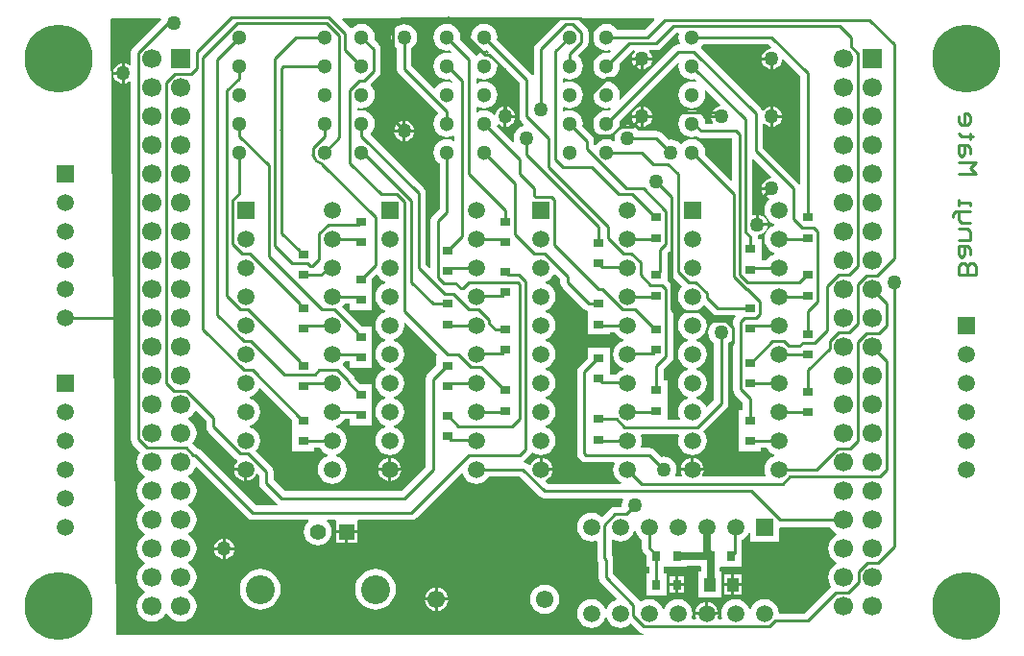
<source format=gbl>
G04*
G04 #@! TF.GenerationSoftware,Altium Limited,Altium Designer,20.0.13 (296)*
G04*
G04 Layer_Physical_Order=2*
G04 Layer_Color=16711680*
%FSLAX25Y25*%
%MOIN*%
G70*
G01*
G75*
%ADD13C,0.01000*%
%ADD35R,0.03740X0.03150*%
%ADD38R,0.03937X0.05118*%
%ADD39R,0.03150X0.03740*%
%ADD40C,0.02500*%
%ADD42C,0.05906*%
%ADD43R,0.05906X0.05906*%
%ADD44C,0.06102*%
%ADD45R,0.05906X0.05906*%
%ADD46C,0.05118*%
%ADD47C,0.05512*%
%ADD48R,0.05512X0.05512*%
%ADD49C,0.10039*%
%ADD50C,0.06693*%
%ADD51R,0.06693X0.06693*%
%ADD52C,0.23622*%
%ADD53C,0.05000*%
G36*
X226836Y223572D02*
X223312Y220049D01*
X213987D01*
X213448Y220752D01*
X212496Y221482D01*
X211387Y221942D01*
X210197Y222098D01*
X209007Y221942D01*
X207898Y221482D01*
X206945Y220752D01*
X206214Y219799D01*
X205755Y218690D01*
X205598Y217500D01*
X205755Y216310D01*
X206214Y215201D01*
X206945Y214248D01*
X207898Y213518D01*
X209007Y213058D01*
X210197Y212902D01*
X211387Y213058D01*
X211483Y213098D01*
X211766Y212674D01*
X211075Y211983D01*
X210197Y212098D01*
X209007Y211942D01*
X207898Y211482D01*
X206945Y210752D01*
X206214Y209799D01*
X205755Y208690D01*
X205598Y207500D01*
X205755Y206310D01*
X206214Y205201D01*
X206945Y204248D01*
X207898Y203518D01*
X209007Y203058D01*
X210197Y202902D01*
X211387Y203058D01*
X212496Y203518D01*
X213448Y204248D01*
X214179Y205201D01*
X214638Y206310D01*
X214795Y207500D01*
X214680Y208378D01*
X219253Y212951D01*
X219849D01*
X219895Y212818D01*
X219969Y212451D01*
X219443Y211765D01*
X219090Y210914D01*
X219036Y210500D01*
X225964D01*
X225910Y210914D01*
X225557Y211765D01*
X225031Y212451D01*
X225105Y212818D01*
X225151Y212951D01*
X227368D01*
X228344Y213145D01*
X229171Y213698D01*
X234483Y219010D01*
X235013D01*
X235338Y218510D01*
X235205Y217500D01*
X235362Y216310D01*
X235677Y215549D01*
X235343Y215049D01*
X235197D01*
X234221Y214855D01*
X233394Y214302D01*
X215023Y195931D01*
X214599Y196214D01*
X214638Y196310D01*
X214795Y197500D01*
X214638Y198690D01*
X214179Y199799D01*
X213448Y200751D01*
X212496Y201482D01*
X211387Y201942D01*
X210197Y202098D01*
X209007Y201942D01*
X207898Y201482D01*
X206945Y200751D01*
X206214Y199799D01*
X205755Y198690D01*
X205598Y197500D01*
X205755Y196310D01*
X206214Y195201D01*
X206945Y194248D01*
X207898Y193518D01*
X209007Y193058D01*
X210197Y192902D01*
X211387Y193058D01*
X211483Y193098D01*
X211766Y192674D01*
X211075Y191983D01*
X210197Y192098D01*
X209007Y191942D01*
X207898Y191482D01*
X206945Y190752D01*
X206214Y189799D01*
X205755Y188690D01*
X205598Y187500D01*
X205755Y186310D01*
X206214Y185201D01*
X206945Y184248D01*
X207898Y183518D01*
X209007Y183058D01*
X210197Y182902D01*
X211387Y183058D01*
X212496Y183518D01*
X212601Y183599D01*
X213070Y183328D01*
X212961Y182500D01*
X213070Y181672D01*
X212601Y181401D01*
X212496Y181482D01*
X211387Y181942D01*
X210197Y182098D01*
X209007Y181942D01*
X207898Y181482D01*
X206945Y180752D01*
X206352Y179979D01*
X205852Y180149D01*
Y181500D01*
X205658Y182475D01*
X205106Y183302D01*
X201786Y186622D01*
X201902Y187500D01*
X201745Y188690D01*
X201286Y189799D01*
X200555Y190752D01*
X199602Y191482D01*
X198493Y191942D01*
X197303Y192098D01*
X196113Y191942D01*
X195465Y191673D01*
X195049Y191951D01*
Y193049D01*
X195465Y193327D01*
X196113Y193058D01*
X197303Y192902D01*
X198493Y193058D01*
X199602Y193518D01*
X200555Y194248D01*
X201286Y195201D01*
X201745Y196310D01*
X201902Y197500D01*
X201745Y198690D01*
X201286Y199799D01*
X200555Y200751D01*
X199602Y201482D01*
X198493Y201942D01*
X197303Y202098D01*
X196113Y201942D01*
X195465Y201673D01*
X195049Y201951D01*
Y203049D01*
X195465Y203327D01*
X196113Y203058D01*
X197303Y202902D01*
X198493Y203058D01*
X199602Y203518D01*
X200555Y204248D01*
X201286Y205201D01*
X201745Y206310D01*
X201902Y207500D01*
X201745Y208690D01*
X201286Y209799D01*
X200555Y210752D01*
X200485Y210805D01*
X200452Y211304D01*
X203165Y214016D01*
X203717Y214843D01*
X203911Y215819D01*
Y219181D01*
X203717Y220157D01*
X203165Y220984D01*
X200614Y223534D01*
X200821Y224034D01*
X226644D01*
X226836Y223572D01*
D02*
G37*
G36*
X55571Y223605D02*
X55576Y223534D01*
X45851Y213810D01*
X45299Y212983D01*
X45105Y212007D01*
Y208043D01*
X44605Y207797D01*
X44265Y208057D01*
X43414Y208410D01*
X43000Y208464D01*
Y205000D01*
Y201536D01*
X43414Y201590D01*
X44265Y201943D01*
X44605Y202203D01*
X45105Y201957D01*
Y77992D01*
X45299Y77017D01*
X45851Y76190D01*
X48488Y73554D01*
X47830Y72696D01*
X47291Y71396D01*
X47107Y70000D01*
X47291Y68604D01*
X47830Y67304D01*
X48687Y66187D01*
X49804Y65330D01*
X49997Y65250D01*
Y64750D01*
X49804Y64670D01*
X48687Y63813D01*
X47830Y62696D01*
X47291Y61396D01*
X47107Y60000D01*
X47291Y58604D01*
X47830Y57304D01*
X48687Y56187D01*
X49804Y55330D01*
X49997Y55250D01*
Y54750D01*
X49804Y54670D01*
X48687Y53813D01*
X47830Y52696D01*
X47291Y51396D01*
X47107Y50000D01*
X47291Y48604D01*
X47830Y47304D01*
X48687Y46187D01*
X49804Y45330D01*
X49997Y45250D01*
Y44750D01*
X49804Y44670D01*
X48687Y43813D01*
X47830Y42696D01*
X47291Y41396D01*
X47107Y40000D01*
X47291Y38604D01*
X47830Y37304D01*
X48687Y36187D01*
X49804Y35330D01*
X49997Y35250D01*
Y34750D01*
X49804Y34670D01*
X48687Y33813D01*
X47830Y32696D01*
X47291Y31396D01*
X47107Y30000D01*
X47291Y28604D01*
X47830Y27304D01*
X48687Y26187D01*
X49804Y25330D01*
X49997Y25250D01*
Y24750D01*
X49804Y24670D01*
X48687Y23813D01*
X47830Y22696D01*
X47291Y21396D01*
X47107Y20000D01*
X47291Y18604D01*
X47830Y17304D01*
X48687Y16187D01*
X49804Y15330D01*
X51104Y14791D01*
X52500Y14607D01*
X53896Y14791D01*
X55196Y15330D01*
X56313Y16187D01*
X57170Y17304D01*
X57250Y17497D01*
X57750D01*
X57830Y17304D01*
X58687Y16187D01*
X59804Y15330D01*
X61104Y14791D01*
X62500Y14607D01*
X63896Y14791D01*
X65196Y15330D01*
X66313Y16187D01*
X67170Y17304D01*
X67709Y18604D01*
X67893Y20000D01*
X67709Y21396D01*
X67170Y22696D01*
X66313Y23813D01*
X65196Y24670D01*
X65003Y24750D01*
Y25250D01*
X65196Y25330D01*
X66313Y26187D01*
X67170Y27304D01*
X67709Y28604D01*
X67893Y30000D01*
X67709Y31396D01*
X67170Y32696D01*
X66313Y33813D01*
X65196Y34670D01*
X65003Y34750D01*
Y35250D01*
X65196Y35330D01*
X66313Y36187D01*
X67170Y37304D01*
X67709Y38604D01*
X67893Y40000D01*
X67709Y41396D01*
X67170Y42696D01*
X66313Y43813D01*
X65196Y44670D01*
X65003Y44750D01*
Y45250D01*
X65196Y45330D01*
X66313Y46187D01*
X67170Y47304D01*
X67709Y48604D01*
X67893Y50000D01*
X67709Y51396D01*
X67170Y52696D01*
X66313Y53813D01*
X65196Y54670D01*
X65003Y54750D01*
Y55250D01*
X65196Y55330D01*
X66313Y56187D01*
X67170Y57304D01*
X67709Y58604D01*
X67893Y60000D01*
X67709Y61396D01*
X67170Y62696D01*
X66313Y63813D01*
X65196Y64670D01*
X65003Y64750D01*
Y65250D01*
X65196Y65330D01*
X66313Y66187D01*
X67170Y67304D01*
X67526Y68162D01*
X68116Y68280D01*
X85698Y50698D01*
X86525Y50145D01*
X87500Y49951D01*
X106656D01*
X106817Y49478D01*
X106608Y49317D01*
X105846Y48324D01*
X105367Y47167D01*
X105203Y45925D01*
X105367Y44684D01*
X105846Y43527D01*
X106608Y42533D01*
X107601Y41771D01*
X108758Y41292D01*
X110000Y41128D01*
X111241Y41292D01*
X112399Y41771D01*
X113392Y42533D01*
X114154Y43527D01*
X114634Y44684D01*
X114797Y45925D01*
X114634Y47167D01*
X114154Y48324D01*
X113392Y49317D01*
X113183Y49478D01*
X113344Y49951D01*
X115856D01*
X116244Y49681D01*
X116244Y49451D01*
Y46425D01*
X120000D01*
X123756D01*
Y49451D01*
X123756Y49681D01*
X124144Y49951D01*
X142500D01*
X143475Y50145D01*
X144302Y50698D01*
X159713Y66108D01*
X160276Y65964D01*
X160674Y65002D01*
X161468Y63968D01*
X162502Y63174D01*
X163707Y62675D01*
X165000Y62505D01*
X166293Y62675D01*
X167498Y63174D01*
X168532Y63968D01*
X169287Y64951D01*
X180147D01*
X186900Y58198D01*
X187727Y57645D01*
X188703Y57451D01*
X215603D01*
X215937Y56951D01*
X215616Y56175D01*
X215461Y55000D01*
X215477Y54878D01*
X215148Y54502D01*
X213156D01*
X212180Y54308D01*
X211353Y53755D01*
X208624Y51026D01*
X208532Y51032D01*
X207498Y51826D01*
X206293Y52325D01*
X205000Y52495D01*
X203707Y52325D01*
X202502Y51826D01*
X201468Y51032D01*
X200674Y49998D01*
X200175Y48793D01*
X200005Y47500D01*
X200175Y46207D01*
X200674Y45002D01*
X201468Y43968D01*
X202502Y43174D01*
X203707Y42675D01*
X205000Y42505D01*
X206293Y42675D01*
X206488Y42755D01*
X206904Y42478D01*
Y36737D01*
X207098Y35761D01*
X207451Y35233D01*
Y30000D01*
X207645Y29024D01*
X208198Y28198D01*
X213608Y22787D01*
X213464Y22224D01*
X212502Y21826D01*
X211468Y21032D01*
X210674Y19998D01*
X210271Y19024D01*
X209729D01*
X209326Y19998D01*
X208532Y21032D01*
X207498Y21826D01*
X206293Y22325D01*
X205000Y22496D01*
X203707Y22325D01*
X202502Y21826D01*
X201468Y21032D01*
X200674Y19998D01*
X200175Y18793D01*
X200005Y17500D01*
X200175Y16207D01*
X200674Y15002D01*
X201468Y13968D01*
X202502Y13174D01*
X203707Y12675D01*
X205000Y12505D01*
X206293Y12675D01*
X207498Y13174D01*
X208532Y13968D01*
X209326Y15002D01*
X209729Y15976D01*
X210271D01*
X210674Y15002D01*
X211468Y13968D01*
X212502Y13174D01*
X213707Y12675D01*
X215000Y12505D01*
X216293Y12675D01*
X217498Y13174D01*
X218532Y13968D01*
X218624Y13974D01*
X221353Y11245D01*
X222180Y10692D01*
X223156Y10498D01*
X223151Y10000D01*
X40000D01*
X37905Y223679D01*
X38257Y224034D01*
X55290D01*
X55571Y223605D01*
D02*
G37*
G36*
X193992Y223534D02*
X185698Y215240D01*
X185145Y214413D01*
X184951Y213437D01*
Y204428D01*
X184451Y204277D01*
X184302Y204499D01*
X172180Y216622D01*
X172295Y217500D01*
X172139Y218690D01*
X171679Y219799D01*
X170948Y220752D01*
X169996Y221482D01*
X168887Y221942D01*
X167697Y222098D01*
X166507Y221942D01*
X165398Y221482D01*
X164445Y220752D01*
X163715Y219799D01*
X163255Y218690D01*
X163098Y217500D01*
X163255Y216310D01*
X163715Y215201D01*
X164445Y214248D01*
X165398Y213518D01*
X166507Y213058D01*
X167697Y212902D01*
X168575Y213017D01*
X169266Y212326D01*
X168983Y211902D01*
X168887Y211942D01*
X167697Y212098D01*
X166507Y211942D01*
X165398Y211482D01*
X165018Y211191D01*
X164525Y211273D01*
X164302Y211606D01*
X159286Y216622D01*
X159402Y217500D01*
X159245Y218690D01*
X158785Y219799D01*
X158055Y220752D01*
X157102Y221482D01*
X155993Y221942D01*
X154803Y222098D01*
X153613Y221942D01*
X152504Y221482D01*
X151552Y220752D01*
X150821Y219799D01*
X150362Y218690D01*
X150205Y217500D01*
X150362Y216310D01*
X150821Y215201D01*
X151552Y214248D01*
X152504Y213518D01*
X153613Y213058D01*
X154803Y212902D01*
X155681Y213017D01*
X156373Y212326D01*
X156089Y211902D01*
X155993Y211942D01*
X154803Y212098D01*
X153613Y211942D01*
X152504Y211482D01*
X151552Y210752D01*
X150821Y209799D01*
X150362Y208690D01*
X150205Y207500D01*
X150362Y206310D01*
X150821Y205201D01*
X151552Y204248D01*
X152504Y203518D01*
X153613Y203058D01*
X154803Y202902D01*
X155855Y203040D01*
X156709Y202187D01*
X156425Y201763D01*
X155993Y201942D01*
X154803Y202098D01*
X153613Y201942D01*
X152504Y201482D01*
X151552Y200751D01*
X150931Y199943D01*
X150348Y199820D01*
X142549Y207619D01*
Y213784D01*
X143209Y214291D01*
X143931Y215231D01*
X144384Y216325D01*
X144539Y217500D01*
X144384Y218675D01*
X143931Y219769D01*
X143209Y220709D01*
X142269Y221431D01*
X141175Y221884D01*
X140000Y222039D01*
X138825Y221884D01*
X137731Y221431D01*
X136791Y220709D01*
X136069Y219769D01*
X135616Y218675D01*
X135461Y217500D01*
X135616Y216325D01*
X136069Y215231D01*
X136791Y214291D01*
X137451Y213784D01*
Y206563D01*
X137645Y205587D01*
X138198Y204760D01*
X151654Y191304D01*
X151621Y190805D01*
X151552Y190752D01*
X150821Y189799D01*
X150362Y188690D01*
X150205Y187500D01*
X150362Y186310D01*
X150821Y185201D01*
X151552Y184248D01*
X152504Y183518D01*
X153613Y183058D01*
X154803Y182902D01*
X155993Y183058D01*
X156951Y183455D01*
X157451Y183213D01*
Y181787D01*
X156951Y181545D01*
X155993Y181942D01*
X154803Y182098D01*
X153613Y181942D01*
X152504Y181482D01*
X151552Y180752D01*
X150821Y179799D01*
X150362Y178690D01*
X150205Y177500D01*
X150362Y176310D01*
X150821Y175201D01*
X151552Y174249D01*
X152254Y173709D01*
Y157966D01*
X149828Y155539D01*
X149275Y154712D01*
X149081Y153736D01*
Y137677D01*
X148619Y137486D01*
X147549Y138556D01*
Y163437D01*
X147355Y164413D01*
X146802Y165240D01*
X128346Y183696D01*
X128379Y184195D01*
X128448Y184248D01*
X129179Y185201D01*
X129639Y186310D01*
X129795Y187500D01*
X129639Y188690D01*
X129179Y189799D01*
X128448Y190752D01*
X127496Y191482D01*
X126387Y191942D01*
X125197Y192098D01*
X124187Y191965D01*
X123747Y192251D01*
Y192749D01*
X124187Y193035D01*
X125197Y192902D01*
X126387Y193058D01*
X127496Y193518D01*
X128448Y194248D01*
X129179Y195201D01*
X129639Y196310D01*
X129795Y197500D01*
X129639Y198690D01*
X129179Y199799D01*
X128448Y200751D01*
X128379Y200805D01*
X128346Y201304D01*
X131058Y204016D01*
X131611Y204843D01*
X131805Y205819D01*
Y213441D01*
X131611Y214416D01*
X131058Y215243D01*
X129680Y216622D01*
X129795Y217500D01*
X129639Y218690D01*
X129179Y219799D01*
X128448Y220752D01*
X127496Y221482D01*
X126387Y221942D01*
X125197Y222098D01*
X124007Y221942D01*
X122898Y221482D01*
X121945Y220752D01*
X121835Y220608D01*
X121403Y220622D01*
X121276Y220701D01*
X118404Y223572D01*
X118596Y224034D01*
X193785D01*
X193992Y223534D01*
D02*
G37*
G36*
X179951Y201641D02*
Y190000D01*
X180145Y189025D01*
X180698Y188198D01*
X181532Y187364D01*
X181371Y186890D01*
X181325Y186884D01*
X180231Y186431D01*
X179291Y185709D01*
X178569Y184769D01*
X178116Y183675D01*
X177961Y182500D01*
X178106Y181403D01*
X177727Y181074D01*
X172187Y186614D01*
X172265Y187087D01*
X172773Y187297D01*
X173235Y186943D01*
X174086Y186590D01*
X174500Y186536D01*
Y190000D01*
Y193464D01*
X174086Y193410D01*
X173235Y193057D01*
X172504Y192496D01*
X171943Y191765D01*
X171590Y190914D01*
X171563Y190709D01*
X171080Y190580D01*
X170948Y190752D01*
X169996Y191482D01*
X168887Y191942D01*
X167697Y192098D01*
X166507Y191942D01*
X165549Y191545D01*
X165049Y191787D01*
Y193213D01*
X165549Y193455D01*
X166507Y193058D01*
X167697Y192902D01*
X168887Y193058D01*
X169996Y193518D01*
X170948Y194248D01*
X171679Y195201D01*
X172139Y196310D01*
X172295Y197500D01*
X172139Y198690D01*
X171679Y199799D01*
X170948Y200751D01*
X169996Y201482D01*
X168887Y201942D01*
X167697Y202098D01*
X166507Y201942D01*
X165549Y201545D01*
X165049Y201787D01*
Y203213D01*
X165549Y203455D01*
X166507Y203058D01*
X167697Y202902D01*
X168887Y203058D01*
X169996Y203518D01*
X170948Y204248D01*
X171679Y205201D01*
X172139Y206310D01*
X172295Y207500D01*
X172139Y208690D01*
X172099Y208786D01*
X172523Y209069D01*
X179951Y201641D01*
D02*
G37*
G36*
X235310Y208302D02*
X235205Y207500D01*
X235362Y206310D01*
X235821Y205201D01*
X236552Y204248D01*
X237504Y203518D01*
X238613Y203058D01*
X239803Y202902D01*
X240681Y203017D01*
X241373Y202326D01*
X241089Y201902D01*
X240993Y201942D01*
X239803Y202098D01*
X238613Y201942D01*
X237504Y201482D01*
X236552Y200751D01*
X235821Y199799D01*
X235362Y198690D01*
X235205Y197500D01*
X235362Y196310D01*
X235821Y195201D01*
X236552Y194248D01*
X237504Y193518D01*
X238613Y193058D01*
X239803Y192902D01*
X240993Y193058D01*
X242102Y193518D01*
X243055Y194248D01*
X243786Y195201D01*
X244245Y196310D01*
X244402Y197500D01*
X244245Y198690D01*
X244205Y198786D01*
X244629Y199069D01*
X249703Y193995D01*
X249524Y193467D01*
X249086Y193410D01*
X248235Y193057D01*
X247504Y192496D01*
X246943Y191765D01*
X246590Y190914D01*
X246536Y190500D01*
X250000D01*
Y189500D01*
X246536D01*
X246590Y189086D01*
X246943Y188235D01*
X247125Y187997D01*
X246904Y187549D01*
X244395D01*
X244245Y188690D01*
X243786Y189799D01*
X243055Y190752D01*
X242102Y191482D01*
X240993Y191942D01*
X239803Y192098D01*
X238613Y191942D01*
X237504Y191482D01*
X236552Y190752D01*
X235821Y189799D01*
X235362Y188690D01*
X235205Y187500D01*
X235362Y186310D01*
X235821Y185201D01*
X236552Y184248D01*
X237504Y183518D01*
X238613Y183058D01*
X239803Y182902D01*
X240993Y183058D01*
X241275Y183175D01*
X242068Y182645D01*
X243044Y182451D01*
X253701D01*
Y168057D01*
X253239Y167866D01*
X244309Y176796D01*
X244402Y177500D01*
X244245Y178690D01*
X243786Y179799D01*
X243055Y180752D01*
X242102Y181482D01*
X240993Y181942D01*
X239803Y182098D01*
X238613Y181942D01*
X237504Y181482D01*
X236552Y180752D01*
X236364Y180508D01*
X235864D01*
X235709Y180709D01*
X234769Y181431D01*
X233675Y181884D01*
X232500Y182039D01*
X231675Y181930D01*
X229302Y184302D01*
X228475Y184855D01*
X227500Y185049D01*
X221216D01*
X220709Y185709D01*
X219769Y186431D01*
X218675Y186884D01*
X217500Y187039D01*
X216325Y186884D01*
X215231Y186431D01*
X215151Y186369D01*
X214682Y186640D01*
X214795Y187500D01*
X214680Y188378D01*
X234837Y208535D01*
X235310Y208302D01*
D02*
G37*
G36*
X267377Y214018D02*
X267198Y213490D01*
X266586Y213410D01*
X265735Y213057D01*
X265004Y212496D01*
X264443Y211765D01*
X264090Y210914D01*
X264036Y210500D01*
X267500D01*
Y210000D01*
X268000D01*
Y206536D01*
X268414Y206590D01*
X269265Y206943D01*
X269996Y207504D01*
X270557Y208235D01*
X270910Y209086D01*
X270990Y209698D01*
X271518Y209877D01*
X277451Y203944D01*
Y166732D01*
X276951Y166580D01*
X276802Y166802D01*
X264549Y179056D01*
Y187349D01*
X264682Y187395D01*
X265049Y187469D01*
X265735Y186943D01*
X266586Y186590D01*
X267000Y186536D01*
Y190000D01*
Y193464D01*
X266586Y193410D01*
X265735Y193057D01*
X265004Y192496D01*
X264787Y192214D01*
X264193Y192261D01*
X263802Y192846D01*
X242952Y213696D01*
X242985Y214195D01*
X243055Y214248D01*
X243594Y214951D01*
X266444D01*
X267377Y214018D01*
D02*
G37*
G36*
Y169018D02*
X267198Y168490D01*
X266586Y168410D01*
X265735Y168057D01*
X265004Y167496D01*
X264443Y166765D01*
X264090Y165914D01*
X264036Y165500D01*
X267500D01*
Y164500D01*
X264036D01*
X264090Y164086D01*
X264443Y163235D01*
X265004Y162504D01*
X265735Y161943D01*
X266448Y161647D01*
X266593Y161128D01*
X266468Y161032D01*
X265674Y159998D01*
X265175Y158793D01*
X265004Y157500D01*
X265175Y156207D01*
X265674Y155002D01*
X266468Y153968D01*
X267502Y153174D01*
X268476Y152771D01*
Y152229D01*
X267502Y151826D01*
X266468Y151032D01*
X265674Y149998D01*
X265175Y148793D01*
X265004Y147500D01*
X265175Y146207D01*
X265674Y145002D01*
X266468Y143968D01*
X267502Y143174D01*
X268476Y142771D01*
Y142229D01*
X267502Y141826D01*
X266468Y141032D01*
X265713Y140049D01*
X264396D01*
X264034Y140382D01*
Y147531D01*
X262713D01*
Y148086D01*
X262608Y148616D01*
X262899Y149022D01*
X263414Y149090D01*
X264265Y149443D01*
X264996Y150004D01*
X265557Y150735D01*
X265910Y151586D01*
X265964Y152000D01*
X262500D01*
Y152500D01*
X262000D01*
Y155964D01*
X261586Y155910D01*
X261215Y155756D01*
X260799Y156034D01*
Y174943D01*
X261261Y175134D01*
X267377Y169018D01*
D02*
G37*
G36*
X130513Y135048D02*
X130716Y134947D01*
X131468Y133968D01*
X132502Y133174D01*
X133476Y132771D01*
Y132229D01*
X132502Y131826D01*
X131468Y131032D01*
X130674Y129998D01*
X130175Y128793D01*
X130005Y127500D01*
X130175Y126207D01*
X130674Y125002D01*
X131468Y123968D01*
X132502Y123174D01*
X133476Y122771D01*
Y122229D01*
X132502Y121826D01*
X131468Y121032D01*
X130674Y119998D01*
X130175Y118793D01*
X130005Y117500D01*
X130175Y116207D01*
X130674Y115002D01*
X131468Y113968D01*
X132502Y113174D01*
X133476Y112771D01*
Y112229D01*
X132502Y111826D01*
X131468Y111032D01*
X130674Y109998D01*
X130175Y108793D01*
X130005Y107500D01*
X130175Y106207D01*
X130674Y105002D01*
X131468Y103968D01*
X132502Y103174D01*
X133476Y102771D01*
Y102229D01*
X132502Y101826D01*
X131468Y101032D01*
X130674Y99998D01*
X130175Y98793D01*
X130005Y97500D01*
X130175Y96207D01*
X130674Y95002D01*
X131468Y93968D01*
X132502Y93174D01*
X133476Y92771D01*
Y92229D01*
X132502Y91826D01*
X131468Y91032D01*
X130674Y89998D01*
X130175Y88793D01*
X130005Y87500D01*
X130175Y86207D01*
X130674Y85002D01*
X131468Y83968D01*
X132502Y83174D01*
X133476Y82771D01*
Y82229D01*
X132502Y81826D01*
X131468Y81032D01*
X130674Y79998D01*
X130175Y78793D01*
X130005Y77500D01*
X130175Y76207D01*
X130674Y75002D01*
X131468Y73968D01*
X132502Y73174D01*
X133707Y72675D01*
X135000Y72505D01*
X136293Y72675D01*
X137498Y73174D01*
X138532Y73968D01*
X139326Y75002D01*
X139825Y76207D01*
X139996Y77500D01*
X139825Y78793D01*
X139326Y79998D01*
X138532Y81032D01*
X137498Y81826D01*
X136524Y82229D01*
Y82771D01*
X137498Y83174D01*
X138532Y83968D01*
X139326Y85002D01*
X139825Y86207D01*
X139996Y87500D01*
X139825Y88793D01*
X139326Y89998D01*
X138532Y91032D01*
X137498Y91826D01*
X136524Y92229D01*
Y92771D01*
X137498Y93174D01*
X138532Y93968D01*
X139326Y95002D01*
X139825Y96207D01*
X139996Y97500D01*
X139825Y98793D01*
X139326Y99998D01*
X138532Y101032D01*
X137498Y101826D01*
X136524Y102229D01*
Y102771D01*
X137498Y103174D01*
X138532Y103968D01*
X139326Y105002D01*
X139825Y106207D01*
X139996Y107500D01*
X139825Y108793D01*
X139326Y109998D01*
X138532Y111032D01*
X137498Y111826D01*
X136524Y112229D01*
Y112771D01*
X137498Y113174D01*
X138532Y113968D01*
X139326Y115002D01*
X139825Y116207D01*
X139996Y117500D01*
X139891Y118298D01*
X140364Y118531D01*
X151320Y107575D01*
X151130Y107118D01*
X151130D01*
Y103573D01*
X148198Y100640D01*
X147645Y99813D01*
X147451Y98838D01*
Y68556D01*
X138944Y60049D01*
X98556D01*
X94721Y63884D01*
Y66625D01*
X94527Y67600D01*
X93975Y68427D01*
X88526Y73876D01*
X88532Y73968D01*
X89326Y75002D01*
X89825Y76207D01*
X89995Y77500D01*
X89825Y78793D01*
X89326Y79998D01*
X88532Y81032D01*
X87498Y81826D01*
X86524Y82229D01*
Y82771D01*
X87498Y83174D01*
X88532Y83968D01*
X89326Y85002D01*
X89825Y86207D01*
X89995Y87500D01*
X89825Y88793D01*
X89326Y89998D01*
X88532Y91032D01*
X87498Y91826D01*
X86524Y92229D01*
Y92771D01*
X87498Y93174D01*
X88532Y93968D01*
X89326Y95002D01*
X89552Y95547D01*
X90042Y95645D01*
X101130Y84557D01*
Y81075D01*
X101130D01*
Y73925D01*
X108870D01*
Y74951D01*
X110713D01*
X111468Y73968D01*
X112502Y73174D01*
X113476Y72771D01*
Y72229D01*
X112502Y71826D01*
X111468Y71032D01*
X110674Y69998D01*
X110175Y68793D01*
X110004Y67500D01*
X110175Y66207D01*
X110674Y65002D01*
X111468Y63968D01*
X112502Y63174D01*
X113707Y62675D01*
X115000Y62505D01*
X116293Y62675D01*
X117498Y63174D01*
X118532Y63968D01*
X119326Y65002D01*
X119825Y66207D01*
X119995Y67500D01*
X119825Y68793D01*
X119326Y69998D01*
X118532Y71032D01*
X117498Y71826D01*
X116524Y72229D01*
Y72771D01*
X117498Y73174D01*
X118532Y73968D01*
X119326Y75002D01*
X119825Y76207D01*
X119995Y77500D01*
X119825Y78793D01*
X119326Y79998D01*
X118532Y81032D01*
X117498Y81826D01*
X116524Y82229D01*
Y82771D01*
X117498Y83174D01*
X118532Y83968D01*
X119287Y84951D01*
X121130D01*
Y82882D01*
X128870D01*
Y89969D01*
X128871D01*
Y97118D01*
X124735D01*
X122660Y99193D01*
X122592Y99535D01*
X122040Y100362D01*
X118833Y103568D01*
X118658Y103802D01*
X118768Y104275D01*
X119287Y104951D01*
X121130D01*
Y102882D01*
X128870D01*
Y109969D01*
X128871D01*
Y117118D01*
X125284D01*
X118526Y123876D01*
X118532Y123968D01*
X119287Y124951D01*
X121130D01*
Y122882D01*
X128870D01*
Y129969D01*
X128871D01*
Y133809D01*
X130177Y135115D01*
X130513Y135048D01*
D02*
G37*
G36*
X246839Y121741D02*
X247666Y121188D01*
X248641Y120994D01*
X254714D01*
X254905Y120533D01*
X254827Y120455D01*
X254275Y119628D01*
X254081Y118653D01*
Y117895D01*
X253581Y117725D01*
X253209Y118209D01*
X252269Y118931D01*
X251175Y119384D01*
X250000Y119539D01*
X248825Y119384D01*
X247731Y118931D01*
X246791Y118209D01*
X246069Y117269D01*
X245616Y116175D01*
X245461Y115000D01*
X245616Y113825D01*
X246069Y112731D01*
X246791Y111791D01*
X247451Y111284D01*
Y91603D01*
X245090Y89241D01*
X244599Y89339D01*
X244326Y89998D01*
X243532Y91032D01*
X242498Y91826D01*
X241524Y92229D01*
Y92771D01*
X242498Y93174D01*
X243532Y93968D01*
X244326Y95002D01*
X244825Y96207D01*
X244995Y97500D01*
X244825Y98793D01*
X244326Y99998D01*
X243532Y101032D01*
X242498Y101826D01*
X241524Y102229D01*
Y102771D01*
X242498Y103174D01*
X243532Y103968D01*
X244326Y105002D01*
X244825Y106207D01*
X244995Y107500D01*
X244825Y108793D01*
X244326Y109998D01*
X243532Y111032D01*
X242498Y111826D01*
X241524Y112229D01*
Y112771D01*
X242498Y113174D01*
X243532Y113968D01*
X244326Y115002D01*
X244825Y116207D01*
X244995Y117500D01*
X244825Y118793D01*
X244326Y119998D01*
X243532Y121032D01*
X242498Y121826D01*
X241524Y122229D01*
Y122771D01*
X242498Y123174D01*
X243532Y123968D01*
X243770Y124278D01*
X244269Y124311D01*
X246839Y121741D01*
D02*
G37*
G36*
X194188Y133504D02*
Y132393D01*
X194382Y131417D01*
X194935Y130590D01*
X202327Y123198D01*
X203154Y122645D01*
X203630Y122550D01*
Y121488D01*
X203629D01*
Y114339D01*
X211369D01*
Y114951D01*
X213213D01*
X213968Y113968D01*
X215002Y113174D01*
X215976Y112771D01*
Y112229D01*
X215002Y111826D01*
X213968Y111032D01*
X213174Y109998D01*
X212675Y108793D01*
X212505Y107500D01*
X212675Y106207D01*
X213174Y105002D01*
X213968Y103968D01*
X215002Y103174D01*
X215976Y102771D01*
Y102229D01*
X215002Y101826D01*
X213968Y101032D01*
X213506Y100431D01*
X211370D01*
Y102469D01*
X211371D01*
Y109618D01*
X203630D01*
Y106073D01*
X200698Y103140D01*
X200145Y102313D01*
X199951Y101338D01*
Y73086D01*
X200145Y72110D01*
X200698Y71283D01*
X201283Y70698D01*
X202110Y70145D01*
X203086Y69951D01*
X212704D01*
X212982Y69535D01*
X212675Y68793D01*
X212505Y67500D01*
X212675Y66207D01*
X213174Y65002D01*
X213968Y63968D01*
X215002Y63174D01*
X215303Y63049D01*
X215204Y62549D01*
X189759D01*
X188940Y63368D01*
X189037Y63858D01*
X189493Y64047D01*
X190319Y64681D01*
X190953Y65507D01*
X191351Y66468D01*
X191421Y67000D01*
X187500D01*
Y67500D01*
X187000D01*
Y71421D01*
X186468Y71351D01*
X185507Y70953D01*
X184681Y70319D01*
X184047Y69493D01*
X183858Y69037D01*
X183368Y68940D01*
X183005Y69302D01*
X182178Y69855D01*
X181610Y69968D01*
X181505Y70499D01*
X181802Y70698D01*
X183802Y72698D01*
X184141Y73204D01*
X184789Y73338D01*
X185002Y73174D01*
X186207Y72675D01*
X187500Y72505D01*
X188793Y72675D01*
X189998Y73174D01*
X191032Y73968D01*
X191826Y75002D01*
X192325Y76207D01*
X192496Y77500D01*
X192325Y78793D01*
X191826Y79998D01*
X191032Y81032D01*
X189998Y81826D01*
X189024Y82229D01*
Y82771D01*
X189998Y83174D01*
X191032Y83968D01*
X191826Y85002D01*
X192325Y86207D01*
X192496Y87500D01*
X192325Y88793D01*
X191826Y89998D01*
X191032Y91032D01*
X189998Y91826D01*
X189024Y92229D01*
Y92771D01*
X189998Y93174D01*
X191032Y93968D01*
X191826Y95002D01*
X192325Y96207D01*
X192496Y97500D01*
X192325Y98793D01*
X191826Y99998D01*
X191032Y101032D01*
X189998Y101826D01*
X189024Y102229D01*
Y102771D01*
X189998Y103174D01*
X191032Y103968D01*
X191826Y105002D01*
X192325Y106207D01*
X192496Y107500D01*
X192325Y108793D01*
X191826Y109998D01*
X191032Y111032D01*
X189998Y111826D01*
X189024Y112229D01*
Y112771D01*
X189998Y113174D01*
X191032Y113968D01*
X191826Y115002D01*
X192325Y116207D01*
X192496Y117500D01*
X192325Y118793D01*
X191826Y119998D01*
X191032Y121032D01*
X189998Y121826D01*
X189024Y122229D01*
Y122771D01*
X189998Y123174D01*
X191032Y123968D01*
X191826Y125002D01*
X192325Y126207D01*
X192496Y127500D01*
X192325Y128793D01*
X191826Y129998D01*
X191032Y131032D01*
X189998Y131826D01*
X189024Y132229D01*
Y132771D01*
X189998Y133174D01*
X191032Y133968D01*
X191826Y135002D01*
X191907Y135197D01*
X192397Y135295D01*
X194188Y133504D01*
D02*
G37*
G36*
X232451Y143041D02*
Y136203D01*
X232645Y135227D01*
X233198Y134400D01*
X236474Y131124D01*
X236468Y131032D01*
X235674Y129998D01*
X235175Y128793D01*
X235004Y127500D01*
X235175Y126207D01*
X235674Y125002D01*
X236468Y123968D01*
X237502Y123174D01*
X238476Y122771D01*
Y122229D01*
X237502Y121826D01*
X236468Y121032D01*
X235674Y119998D01*
X235175Y118793D01*
X235004Y117500D01*
X235175Y116207D01*
X235674Y115002D01*
X236468Y113968D01*
X237502Y113174D01*
X238476Y112771D01*
Y112229D01*
X237502Y111826D01*
X236468Y111032D01*
X235674Y109998D01*
X235175Y108793D01*
X235004Y107500D01*
X235175Y106207D01*
X235674Y105002D01*
X236468Y103968D01*
X237502Y103174D01*
X238476Y102771D01*
Y102229D01*
X237502Y101826D01*
X236468Y101032D01*
X235674Y99998D01*
X235175Y98793D01*
X235004Y97500D01*
X235175Y96207D01*
X235674Y95002D01*
X236468Y93968D01*
X237502Y93174D01*
X238476Y92771D01*
Y92229D01*
X237502Y91826D01*
X236468Y91032D01*
X235674Y89998D01*
X235175Y88793D01*
X235004Y87500D01*
X235175Y86207D01*
X235583Y85221D01*
X235302Y84721D01*
X231369D01*
Y91425D01*
X231370D01*
Y98575D01*
X230049D01*
Y102335D01*
X232673Y104959D01*
X233226Y105786D01*
X233420Y106761D01*
Y130108D01*
X233226Y131084D01*
X232673Y131911D01*
X231370Y133214D01*
Y135829D01*
X231419Y136075D01*
Y142662D01*
X231989Y143232D01*
X232451Y143041D01*
D02*
G37*
G36*
X254081Y112105D02*
Y95304D01*
X254275Y94328D01*
X254827Y93502D01*
X257452Y90877D01*
Y88161D01*
X256131D01*
Y81075D01*
X256130D01*
Y73925D01*
X263870D01*
Y74951D01*
X265713D01*
X266468Y73968D01*
X267502Y73174D01*
X268476Y72771D01*
Y72229D01*
X267502Y71826D01*
X266468Y71032D01*
X265674Y69998D01*
X265175Y68793D01*
X265004Y67500D01*
X265175Y66207D01*
X265482Y65465D01*
X265204Y65049D01*
X243667D01*
X243601Y65184D01*
X243470Y65549D01*
X243851Y66468D01*
X243921Y67000D01*
X236079D01*
X236149Y66468D01*
X236530Y65549D01*
X236400Y65184D01*
X236333Y65049D01*
X234397D01*
X234063Y65549D01*
X234384Y66325D01*
X234539Y67500D01*
X234384Y68675D01*
X233931Y69769D01*
X233209Y70709D01*
X232269Y71431D01*
X231175Y71884D01*
X230000Y72039D01*
X229175Y71930D01*
X226802Y74302D01*
X225975Y74855D01*
X225000Y75049D01*
X222296D01*
X222018Y75465D01*
X222325Y76207D01*
X222496Y77500D01*
X222325Y78793D01*
X222154Y79207D01*
X222431Y79623D01*
X235069D01*
X235346Y79207D01*
X235175Y78793D01*
X235004Y77500D01*
X235175Y76207D01*
X235674Y75002D01*
X236468Y73968D01*
X237502Y73174D01*
X238707Y72675D01*
X240000Y72505D01*
X241293Y72675D01*
X242498Y73174D01*
X243532Y73968D01*
X244326Y75002D01*
X244825Y76207D01*
X244995Y77500D01*
X244825Y78793D01*
X244326Y79998D01*
X243774Y80717D01*
X251802Y88745D01*
X252355Y89572D01*
X252549Y90547D01*
Y111284D01*
X253209Y111791D01*
X253581Y112275D01*
X254081Y112105D01*
D02*
G37*
G36*
X71283Y84467D02*
Y82371D01*
X71477Y81396D01*
X72029Y80569D01*
X81353Y71245D01*
X82001Y70812D01*
X82070Y70624D01*
X82108Y70299D01*
X82090Y70201D01*
X81547Y69493D01*
X81149Y68532D01*
X81079Y68000D01*
X85000D01*
Y67500D01*
X85500D01*
Y63579D01*
X86032Y63649D01*
X86993Y64047D01*
X87819Y64681D01*
X88453Y65507D01*
X88642Y65963D01*
X89132Y66060D01*
X89623Y65569D01*
Y62828D01*
X89817Y61852D01*
X90370Y61025D01*
X95698Y55698D01*
X95920Y55549D01*
X95768Y55049D01*
X88556D01*
X69302Y74302D01*
X68476Y74855D01*
X68011Y74947D01*
X66512Y76446D01*
X67170Y77304D01*
X67709Y78604D01*
X67893Y80000D01*
X67709Y81396D01*
X67170Y82696D01*
X66313Y83813D01*
X65196Y84670D01*
X65003Y84750D01*
Y85250D01*
X65196Y85330D01*
X66313Y86187D01*
X67170Y87304D01*
X67371Y87790D01*
X67862Y87887D01*
X71283Y84467D01*
D02*
G37*
G36*
X270527Y47451D02*
X287769D01*
X287830Y47304D01*
X288687Y46187D01*
X289804Y45330D01*
X289997Y45250D01*
Y44750D01*
X289804Y44670D01*
X288687Y43813D01*
X287830Y42696D01*
X287291Y41396D01*
X287107Y40000D01*
X287291Y38604D01*
X287830Y37304D01*
X288687Y36187D01*
X289804Y35330D01*
X289997Y35250D01*
Y34750D01*
X289804Y34670D01*
X288687Y33813D01*
X287830Y32696D01*
X287291Y31396D01*
X287107Y30000D01*
X287291Y28604D01*
X287830Y27304D01*
X288095Y26958D01*
X288044Y26649D01*
X278944Y17549D01*
X269989D01*
X269825Y18793D01*
X269326Y19998D01*
X268532Y21032D01*
X267498Y21826D01*
X266293Y22325D01*
X265000Y22496D01*
X263707Y22325D01*
X262502Y21826D01*
X261468Y21032D01*
X260674Y19998D01*
X260271Y19024D01*
X259729D01*
X259326Y19998D01*
X258532Y21032D01*
X257498Y21826D01*
X256293Y22325D01*
X255000Y22496D01*
X253707Y22325D01*
X252502Y21826D01*
X251468Y21032D01*
X250674Y19998D01*
X250175Y18793D01*
X250005Y17500D01*
X250175Y16207D01*
X250255Y16012D01*
X249978Y15596D01*
X248940D01*
X248662Y16012D01*
X248851Y16468D01*
X248921Y17000D01*
X245000D01*
Y17500D01*
D01*
Y17000D01*
X241079D01*
X241149Y16468D01*
X241338Y16012D01*
X241060Y15596D01*
X240022D01*
X239744Y16012D01*
X239825Y16207D01*
X239996Y17500D01*
X239825Y18793D01*
X239326Y19998D01*
X238532Y21032D01*
X237498Y21826D01*
X236293Y22325D01*
X235000Y22496D01*
X233707Y22325D01*
X232502Y21826D01*
X231468Y21032D01*
X230674Y19998D01*
X230271Y19024D01*
X229729D01*
X229326Y19998D01*
X228532Y21032D01*
X227498Y21826D01*
X226293Y22325D01*
X225000Y22496D01*
X223707Y22325D01*
X222502Y21826D01*
X222256Y21637D01*
X221631Y21788D01*
X221255Y22350D01*
X212549Y31056D01*
Y36190D01*
X212355Y37165D01*
X212002Y37694D01*
Y42993D01*
X212450Y43214D01*
X212502Y43174D01*
X213707Y42675D01*
X215000Y42505D01*
X216293Y42675D01*
X217498Y43174D01*
X218532Y43968D01*
X219326Y45002D01*
X219729Y45976D01*
X220271D01*
X220674Y45002D01*
X221468Y43968D01*
X222451Y43213D01*
Y40295D01*
X222645Y39320D01*
X223198Y38493D01*
X223925Y37765D01*
Y33630D01*
X224951D01*
Y31370D01*
X223925D01*
Y23630D01*
X231075D01*
Y31370D01*
X230049D01*
Y33630D01*
X231012D01*
Y33629D01*
X238161D01*
Y34222D01*
X242882D01*
Y33630D01*
X242982D01*
Y32059D01*
X242094D01*
Y22941D01*
X250031D01*
Y32059D01*
X249538D01*
Y33463D01*
X249969Y33630D01*
X249969Y33630D01*
Y33630D01*
X249969Y33630D01*
X257118D01*
Y38328D01*
X257167Y38575D01*
Y43037D01*
X257498Y43174D01*
X258532Y43968D01*
X259326Y45002D01*
X259547Y45536D01*
X260047Y45436D01*
Y42547D01*
X269953D01*
Y47171D01*
X270339Y47488D01*
X270527Y47451D01*
D02*
G37*
%LPC*%
G36*
X225964Y209500D02*
X223000D01*
Y206536D01*
X223414Y206590D01*
X224265Y206943D01*
X224996Y207504D01*
X225557Y208235D01*
X225910Y209086D01*
X225964Y209500D01*
D02*
G37*
G36*
X222000D02*
X219036D01*
X219090Y209086D01*
X219443Y208235D01*
X220004Y207504D01*
X220735Y206943D01*
X221586Y206590D01*
X222000Y206536D01*
Y209500D01*
D02*
G37*
G36*
X42000Y208464D02*
X41586Y208410D01*
X40735Y208057D01*
X40004Y207496D01*
X39443Y206765D01*
X39090Y205914D01*
X39036Y205500D01*
X42000D01*
Y208464D01*
D02*
G37*
G36*
Y204500D02*
X39036D01*
X39090Y204086D01*
X39443Y203235D01*
X40004Y202504D01*
X40735Y201943D01*
X41586Y201590D01*
X42000Y201536D01*
Y204500D01*
D02*
G37*
G36*
X123756Y45425D02*
X120500D01*
Y42169D01*
X123756D01*
Y45425D01*
D02*
G37*
G36*
X119500D02*
X116244D01*
Y42169D01*
X119500D01*
Y45425D01*
D02*
G37*
G36*
X78000Y43464D02*
Y40500D01*
X80964D01*
X80910Y40914D01*
X80557Y41765D01*
X79996Y42496D01*
X79265Y43057D01*
X78414Y43410D01*
X78000Y43464D01*
D02*
G37*
G36*
X77000D02*
X76586Y43410D01*
X75735Y43057D01*
X75004Y42496D01*
X74443Y41765D01*
X74090Y40914D01*
X74036Y40500D01*
X77000D01*
Y43464D01*
D02*
G37*
G36*
X80964Y39500D02*
X78000D01*
Y36536D01*
X78414Y36590D01*
X79265Y36943D01*
X79996Y37504D01*
X80557Y38235D01*
X80910Y39086D01*
X80964Y39500D01*
D02*
G37*
G36*
X77000D02*
X74036D01*
X74090Y39086D01*
X74443Y38235D01*
X75004Y37504D01*
X75735Y36943D01*
X76586Y36590D01*
X77000Y36536D01*
Y39500D01*
D02*
G37*
G36*
X151720Y26520D02*
Y23000D01*
X155241D01*
X155167Y23558D01*
X154759Y24543D01*
X154110Y25389D01*
X153263Y26039D01*
X152278Y26447D01*
X151720Y26520D01*
D02*
G37*
G36*
X150720D02*
X150163Y26447D01*
X149177Y26039D01*
X148331Y25389D01*
X147682Y24543D01*
X147274Y23558D01*
X147200Y23000D01*
X150720D01*
Y26520D01*
D02*
G37*
G36*
X130000Y32979D02*
X128624Y32843D01*
X127301Y32442D01*
X126081Y31790D01*
X125012Y30913D01*
X124135Y29844D01*
X123483Y28624D01*
X123082Y27301D01*
X122946Y25925D01*
X123082Y24549D01*
X123483Y23226D01*
X124135Y22006D01*
X125012Y20937D01*
X126081Y20060D01*
X127301Y19409D01*
X128624Y19007D01*
X130000Y18871D01*
X131376Y19007D01*
X132699Y19409D01*
X133919Y20060D01*
X134988Y20937D01*
X135865Y22006D01*
X136517Y23226D01*
X136918Y24549D01*
X137054Y25925D01*
X136918Y27301D01*
X136517Y28624D01*
X135865Y29844D01*
X134988Y30913D01*
X133919Y31790D01*
X132699Y32442D01*
X131376Y32843D01*
X130000Y32979D01*
D02*
G37*
G36*
X90000D02*
X88624Y32843D01*
X87301Y32442D01*
X86081Y31790D01*
X85012Y30913D01*
X84135Y29844D01*
X83483Y28624D01*
X83082Y27301D01*
X82946Y25925D01*
X83082Y24549D01*
X83483Y23226D01*
X84135Y22006D01*
X85012Y20937D01*
X86081Y20060D01*
X87301Y19409D01*
X88624Y19007D01*
X90000Y18871D01*
X91376Y19007D01*
X92699Y19409D01*
X93919Y20060D01*
X94988Y20937D01*
X95865Y22006D01*
X96517Y23226D01*
X96918Y24549D01*
X97054Y25925D01*
X96918Y27301D01*
X96517Y28624D01*
X95865Y29844D01*
X94988Y30913D01*
X93919Y31790D01*
X92699Y32442D01*
X91376Y32843D01*
X90000Y32979D01*
D02*
G37*
G36*
X155241Y22000D02*
X151720D01*
Y18480D01*
X152278Y18553D01*
X153263Y18961D01*
X154110Y19611D01*
X154759Y20457D01*
X155167Y21442D01*
X155241Y22000D01*
D02*
G37*
G36*
X150720D02*
X147200D01*
X147274Y21442D01*
X147682Y20457D01*
X148331Y19611D01*
X149177Y18961D01*
X150163Y18553D01*
X150720Y18480D01*
Y22000D01*
D02*
G37*
G36*
X188780Y27595D02*
X187461Y27421D01*
X186232Y26912D01*
X185177Y26103D01*
X184367Y25047D01*
X183858Y23819D01*
X183685Y22500D01*
X183858Y21181D01*
X184367Y19953D01*
X185177Y18898D01*
X186232Y18088D01*
X187461Y17579D01*
X188780Y17405D01*
X190098Y17579D01*
X191327Y18088D01*
X192382Y18898D01*
X193192Y19953D01*
X193701Y21181D01*
X193874Y22500D01*
X193701Y23819D01*
X193192Y25047D01*
X192382Y26103D01*
X191327Y26912D01*
X190098Y27421D01*
X188780Y27595D01*
D02*
G37*
G36*
X140500Y188464D02*
Y185500D01*
X143464D01*
X143410Y185914D01*
X143057Y186765D01*
X142496Y187496D01*
X141765Y188057D01*
X140914Y188410D01*
X140500Y188464D01*
D02*
G37*
G36*
X139500D02*
X139086Y188410D01*
X138235Y188057D01*
X137504Y187496D01*
X136943Y186765D01*
X136590Y185914D01*
X136536Y185500D01*
X139500D01*
Y188464D01*
D02*
G37*
G36*
X143464Y184500D02*
X140500D01*
Y181536D01*
X140914Y181590D01*
X141765Y181943D01*
X142496Y182504D01*
X143057Y183235D01*
X143410Y184086D01*
X143464Y184500D01*
D02*
G37*
G36*
X139500D02*
X136536D01*
X136590Y184086D01*
X136943Y183235D01*
X137504Y182504D01*
X138235Y181943D01*
X139086Y181590D01*
X139500Y181536D01*
Y184500D01*
D02*
G37*
G36*
X175500Y193464D02*
Y190500D01*
X178464D01*
X178410Y190914D01*
X178057Y191765D01*
X177496Y192496D01*
X176765Y193057D01*
X175914Y193410D01*
X175500Y193464D01*
D02*
G37*
G36*
X178464Y189500D02*
X175500D01*
Y186536D01*
X175914Y186590D01*
X176765Y186943D01*
X177496Y187504D01*
X178057Y188235D01*
X178410Y189086D01*
X178464Y189500D01*
D02*
G37*
G36*
X223000Y193464D02*
Y190500D01*
X225964D01*
X225910Y190914D01*
X225557Y191765D01*
X224996Y192496D01*
X224265Y193057D01*
X223414Y193410D01*
X223000Y193464D01*
D02*
G37*
G36*
X222000D02*
X221586Y193410D01*
X220735Y193057D01*
X220004Y192496D01*
X219443Y191765D01*
X219090Y190914D01*
X219036Y190500D01*
X222000D01*
Y193464D01*
D02*
G37*
G36*
X225964Y189500D02*
X223000D01*
Y186536D01*
X223414Y186590D01*
X224265Y186943D01*
X224996Y187504D01*
X225557Y188235D01*
X225910Y189086D01*
X225964Y189500D01*
D02*
G37*
G36*
X222000D02*
X219036D01*
X219090Y189086D01*
X219443Y188235D01*
X220004Y187504D01*
X220735Y186943D01*
X221586Y186590D01*
X222000Y186536D01*
Y189500D01*
D02*
G37*
G36*
X267000Y209500D02*
X264036D01*
X264090Y209086D01*
X264443Y208235D01*
X265004Y207504D01*
X265735Y206943D01*
X266586Y206590D01*
X267000Y206536D01*
Y209500D01*
D02*
G37*
G36*
X268000Y193464D02*
Y190500D01*
X270964D01*
X270910Y190914D01*
X270557Y191765D01*
X269996Y192496D01*
X269265Y193057D01*
X268414Y193410D01*
X268000Y193464D01*
D02*
G37*
G36*
X270964Y189500D02*
X268000D01*
Y186536D01*
X268414Y186590D01*
X269265Y186943D01*
X269996Y187504D01*
X270557Y188235D01*
X270910Y189086D01*
X270964Y189500D01*
D02*
G37*
G36*
X263000Y155964D02*
Y153000D01*
X265964D01*
X265910Y153414D01*
X265557Y154265D01*
X264996Y154996D01*
X264265Y155557D01*
X263414Y155910D01*
X263000Y155964D01*
D02*
G37*
G36*
X135500Y71421D02*
Y68000D01*
X138921D01*
X138851Y68532D01*
X138453Y69493D01*
X137819Y70319D01*
X136993Y70953D01*
X136032Y71351D01*
X135500Y71421D01*
D02*
G37*
G36*
X134500D02*
X133968Y71351D01*
X133007Y70953D01*
X132181Y70319D01*
X131547Y69493D01*
X131149Y68532D01*
X131079Y68000D01*
X134500D01*
Y71421D01*
D02*
G37*
G36*
X138921Y67000D02*
X135500D01*
Y63579D01*
X136032Y63649D01*
X136993Y64047D01*
X137819Y64681D01*
X138453Y65507D01*
X138851Y66468D01*
X138921Y67000D01*
D02*
G37*
G36*
X134500D02*
X131079D01*
X131149Y66468D01*
X131547Y65507D01*
X132181Y64681D01*
X133007Y64047D01*
X133968Y63649D01*
X134500Y63579D01*
Y67000D01*
D02*
G37*
G36*
X188000Y71421D02*
Y68000D01*
X191421D01*
X191351Y68532D01*
X190953Y69493D01*
X190319Y70319D01*
X189493Y70953D01*
X188532Y71351D01*
X188000Y71421D01*
D02*
G37*
G36*
X240500D02*
Y68000D01*
X243921D01*
X243851Y68532D01*
X243453Y69493D01*
X242819Y70319D01*
X241993Y70953D01*
X241032Y71351D01*
X240500Y71421D01*
D02*
G37*
G36*
X239500D02*
X238968Y71351D01*
X238007Y70953D01*
X237181Y70319D01*
X236547Y69493D01*
X236149Y68532D01*
X236079Y68000D01*
X239500D01*
Y71421D01*
D02*
G37*
G36*
X84500Y67000D02*
X81079D01*
X81149Y66468D01*
X81547Y65507D01*
X82181Y64681D01*
X83007Y64047D01*
X83968Y63649D01*
X84500Y63579D01*
Y67000D01*
D02*
G37*
G36*
X256906Y31059D02*
X254437D01*
Y28000D01*
X256906D01*
Y31059D01*
D02*
G37*
G36*
X253437D02*
X250969D01*
Y28000D01*
X253437D01*
Y31059D01*
D02*
G37*
G36*
X237161Y30369D02*
X235087D01*
Y27999D01*
X237161D01*
Y30369D01*
D02*
G37*
G36*
X234087D02*
X232012D01*
Y27999D01*
X234087D01*
Y30369D01*
D02*
G37*
G36*
X237161Y26999D02*
X235087D01*
Y24629D01*
X237161D01*
Y26999D01*
D02*
G37*
G36*
X234087D02*
X232012D01*
Y24629D01*
X234087D01*
Y26999D01*
D02*
G37*
G36*
X256906Y27000D02*
X254437D01*
Y23941D01*
X256906D01*
Y27000D01*
D02*
G37*
G36*
X253437D02*
X250969D01*
Y23941D01*
X253437D01*
Y27000D01*
D02*
G37*
G36*
X245500Y21421D02*
Y18000D01*
X248921D01*
X248851Y18532D01*
X248453Y19493D01*
X247819Y20319D01*
X246993Y20953D01*
X246032Y21351D01*
X245500Y21421D01*
D02*
G37*
G36*
X244500D02*
X243968Y21351D01*
X243007Y20953D01*
X242181Y20319D01*
X241547Y19493D01*
X241149Y18532D01*
X241079Y18000D01*
X244500D01*
Y21421D01*
D02*
G37*
%LPD*%
D13*
X108330Y176670D02*
G03*
X111473Y173527I3973J830D01*
G01*
X155373Y224084D02*
X200916D01*
X202500Y222500D01*
X139084Y224084D02*
X155373D01*
X167897Y211559D01*
X155000Y224456D02*
X155373Y224084D01*
X167897Y211559D02*
X169378D01*
X175000Y190000D02*
Y205937D01*
X169378Y211559D02*
X175000Y205937D01*
X155000Y224456D02*
Y224563D01*
X136000Y189000D02*
X140000Y185000D01*
X136000Y189000D02*
Y221000D01*
X139084Y224084D01*
X201362Y215819D02*
Y219181D01*
X197303Y207500D02*
Y211760D01*
X195000Y172500D02*
X205000D01*
X198460Y222084D02*
X201362Y219181D01*
X187500Y192500D02*
Y213437D01*
X192500Y175000D02*
X195000Y172500D01*
X192500Y212697D02*
X197303Y217500D01*
Y211760D02*
X201362Y215819D01*
X196147Y222084D02*
X198460D01*
X192500Y175000D02*
Y212697D01*
X187500Y213437D02*
X196147Y222084D01*
X167697Y217500D02*
Y217500D01*
X182500Y190000D02*
X190000Y182500D01*
X167697Y217500D02*
X182500Y202697D01*
Y190000D02*
Y202697D01*
X70000Y116203D02*
Y210544D01*
Y116203D02*
X84250Y101953D01*
X117500Y212368D02*
Y218044D01*
Y182697D02*
Y212368D01*
X22500Y120000D02*
X40000D01*
X60154Y94846D02*
X64508D01*
X57500Y97500D02*
Y201854D01*
X125197Y207500D02*
Y207500D01*
X64508Y94846D02*
X73831Y85522D01*
X47653Y212007D02*
X58146Y222500D01*
X47653Y77992D02*
Y212007D01*
X57500Y97500D02*
X60154Y94846D01*
X66161Y204847D02*
X68000Y206686D01*
X57500Y201854D02*
X60492Y204847D01*
X50646Y75000D02*
X64354D01*
X58146Y222500D02*
X60000D01*
X225000Y72500D02*
X230000Y67500D01*
X222500Y62500D02*
X271297D01*
X188703Y60000D02*
X260527D01*
X266844Y13047D02*
X268797Y15000D01*
X219453Y16750D02*
X223156Y13047D01*
X266844D01*
X271297Y62500D02*
X273797Y65000D01*
X260527Y60000D02*
X270527Y50000D01*
X181203Y67500D02*
X188703Y60000D01*
X217500Y67500D02*
X222500Y62500D01*
X267500Y190000D02*
Y210000D01*
X248918Y190000D02*
X250000D01*
X258250Y150000D02*
Y189053D01*
X239803Y207500D02*
X258250Y189053D01*
X262000Y178000D02*
Y191044D01*
X240544Y212500D02*
X262000Y191044D01*
Y178000D02*
X275000Y165000D01*
X235197Y212500D02*
X240544D01*
X258250Y150000D02*
X260164Y148086D01*
X247359Y191559D02*
X248918Y190000D01*
X210000Y30000D02*
Y36190D01*
X209453Y36737D02*
X210000Y36190D01*
Y30000D02*
X219453Y20547D01*
Y16750D02*
Y20547D01*
X268797Y15000D02*
X280000D01*
X297654Y32008D02*
X300800Y35153D01*
X294200Y24847D02*
X297654Y28300D01*
X304507Y35153D02*
X310000Y40646D01*
X300800Y35153D02*
X304507D01*
X297654Y28300D02*
Y32008D01*
X289846Y24847D02*
X294200D01*
X310000Y40646D02*
Y132500D01*
X280000Y15000D02*
X289846Y24847D01*
X209453Y36737D02*
Y48250D01*
X225000Y40295D02*
X227500Y37795D01*
X225000Y40295D02*
Y47500D01*
X270527Y50000D02*
X292500D01*
X209453Y48250D02*
X213156Y51953D01*
X227500Y27500D02*
Y37500D01*
X47653Y77992D02*
X50646Y75000D01*
X142500Y52500D02*
X162500Y72500D01*
X180000D01*
X87500Y52500D02*
X142500D01*
X97500Y185000D02*
Y206914D01*
Y149587D02*
Y185000D01*
X97000Y185500D02*
X97500Y185000D01*
X256630Y95304D02*
Y118653D01*
X253730Y111000D02*
X254000Y111270D01*
Y116657D01*
X256630Y95304D02*
X260001Y91933D01*
X257977Y120000D02*
X262023D01*
X235000Y136203D02*
X238619Y132584D01*
X241213D01*
X244927Y128870D01*
Y127257D02*
Y128870D01*
X235000Y136203D02*
Y170000D01*
X232871Y123086D02*
X233456Y122500D01*
X242230D01*
X245730Y119000D01*
X232871Y123086D02*
Y162129D01*
X245730Y119000D02*
X251657D01*
X244927Y127257D02*
X248641Y123543D01*
X251657Y119000D02*
X254000Y116657D01*
X248641Y123543D02*
X260001D01*
X227500Y167500D02*
X232871Y162129D01*
X231500Y173500D02*
X235000Y170000D01*
X226500Y173500D02*
X231500D01*
X222500Y177500D02*
X226500Y173500D01*
X230870Y145718D02*
Y157196D01*
X227500Y103390D02*
X230871Y106761D01*
X223066Y165000D02*
X230870Y157196D01*
X230871Y106761D02*
Y130108D01*
X210197Y177500D02*
X222500D01*
X229523Y131456D02*
X230871Y130108D01*
X228870Y143718D02*
X230870Y145718D01*
X227500Y182500D02*
X232500Y177500D01*
X216956Y165000D02*
X223066D01*
X222500Y190000D02*
X231754D01*
X219000Y186500D02*
X222500Y190000D01*
X214937Y186500D02*
X219000D01*
X262500Y160000D02*
X267500Y165000D01*
X262500Y152500D02*
Y160000D01*
X260164Y143957D02*
Y148086D01*
X243044Y185000D02*
X255000D01*
X256250Y183750D01*
Y135217D02*
Y183750D01*
X254250Y134389D02*
Y163250D01*
X256250Y135217D02*
X258967Y132500D01*
X240000Y177500D02*
X254250Y163250D01*
X260000Y144121D02*
X260164Y143957D01*
X254250Y134389D02*
X258575Y130064D01*
X231754Y190000D02*
X233313Y191559D01*
X247359D01*
X215941Y203441D02*
X222500Y210000D01*
X210397Y203441D02*
X215941D01*
X202500Y195544D02*
X210397Y203441D01*
X202500Y187500D02*
Y195544D01*
Y187500D02*
X206559Y183441D01*
X211878D02*
X214937Y186500D01*
X206559Y183441D02*
X211878D01*
X210197Y187500D02*
X235197Y212500D01*
X217500Y182500D02*
X227500D01*
X239803Y177500D02*
X240000D01*
X250000Y90547D02*
Y115000D01*
X241625Y82172D02*
X250000Y90547D01*
X213703Y85000D02*
X216531Y82172D01*
X207500Y85000D02*
X213703D01*
X216531Y82172D02*
X241625D01*
X202500Y73086D02*
X203086Y72500D01*
X202500Y101338D02*
X207205Y106043D01*
X202500Y73086D02*
Y101338D01*
X203086Y72500D02*
X225000D01*
X177500Y82500D02*
X180000Y85000D01*
X162500Y132500D02*
X179414D01*
X180000Y85000D02*
Y131914D01*
X182000Y74500D02*
Y132743D01*
X180000Y72500D02*
X182000Y74500D01*
X179774Y134969D02*
X182000Y132743D01*
X179414Y132500D02*
X180000Y131914D01*
X165000Y67500D02*
X181203D01*
X60492Y204847D02*
X66161D01*
X68000Y206686D02*
Y212563D01*
X80000Y224563D01*
X73831Y82371D02*
Y85522D01*
Y82371D02*
X83156Y73047D01*
X216953Y51953D02*
X220000Y55000D01*
X213156Y51953D02*
X216953D01*
X310000Y140646D02*
Y215000D01*
X304200Y134846D02*
X310000Y140646D01*
X301441Y223559D02*
X310000Y215000D01*
X295000Y214354D02*
Y217500D01*
X210197D02*
X224368D01*
X230427Y223559D01*
X233427Y221559D02*
X290941D01*
X297500Y138146D02*
Y211854D01*
X230427Y223559D02*
X301441D01*
X290941Y221559D02*
X295000Y217500D01*
Y214354D02*
X297500Y211854D01*
X227368Y215500D02*
X233427Y221559D01*
X294354Y115000D02*
X297423Y118069D01*
X299500Y133854D02*
X300493Y134846D01*
X297423Y118069D02*
Y131777D01*
X290646Y115000D02*
X294354D01*
X287653Y112007D02*
X290646Y115000D01*
X300493Y134846D02*
X304200D01*
X297423Y131777D02*
X299500Y133854D01*
X290723Y135077D02*
X294431D01*
X286607Y130961D02*
X290723Y135077D01*
X294431D02*
X297500Y138146D01*
Y77500D02*
Y111854D01*
X300493Y114847D01*
X307347Y67347D02*
Y105154D01*
X302500Y110000D02*
X307347Y105154D01*
X294847Y74847D02*
X297500Y77500D01*
X305000Y65000D02*
X307347Y67347D01*
X207205Y106043D02*
X207501D01*
X227500Y95000D02*
Y103390D01*
X217882Y107882D02*
X226425D01*
X227500Y108957D01*
X217500Y107500D02*
X217882Y107882D01*
X207501Y146043D02*
Y151768D01*
X182500Y176768D02*
X207501Y151768D01*
X182500Y176768D02*
Y182500D01*
X180000Y170000D02*
Y175197D01*
X167697Y187500D02*
X180000Y175197D01*
X185000Y162539D02*
Y165000D01*
X180000Y170000D02*
X185000Y165000D01*
X191074Y161953D02*
X191953Y161074D01*
X185000Y162539D02*
X185586Y161953D01*
X191074D01*
X191953Y145547D02*
Y161074D01*
X190000Y172500D02*
X210871Y151629D01*
X190000Y172500D02*
Y182500D01*
X260001Y104587D02*
X260296D01*
X267662Y111953D01*
X271844D01*
X273514Y110283D01*
X277217D01*
X282492Y111512D02*
X286607Y115627D01*
Y130961D01*
X277217Y110283D02*
X278446Y111512D01*
X282492D01*
X287653Y109587D02*
Y112007D01*
X280001Y101934D02*
X287653Y109587D01*
X270000Y67500D02*
X283146D01*
X290493Y74847D01*
X294847D01*
X300493Y114847D02*
X304847D01*
X302500Y130000D02*
X307347Y125154D01*
Y117347D02*
Y125154D01*
X304847Y114847D02*
X307347Y117347D01*
X273797Y65000D02*
X305000D01*
X280001Y94587D02*
Y101934D01*
X218197Y215500D02*
X227368D01*
X210197Y207500D02*
X218197Y215500D01*
X267500Y217500D02*
X280000Y205000D01*
X239803Y217500D02*
X267500D01*
X280000Y155000D02*
Y205000D01*
X277977Y151456D02*
X282023D01*
X283370Y150109D01*
X275000Y154434D02*
X277977Y151456D01*
X283370Y125718D02*
Y150109D01*
X280001Y114587D02*
Y122348D01*
X283370Y125718D01*
X275000Y154434D02*
Y165000D01*
X256630Y118653D02*
X257977Y120000D01*
X258575Y130064D02*
X259046D01*
X263371Y121347D02*
Y125740D01*
X259046Y130064D02*
X263371Y125740D01*
X262023Y120000D02*
X263371Y121347D01*
X258967Y132500D02*
X277205D01*
X260001Y84587D02*
Y91933D01*
X279705Y135000D02*
X280000D01*
X277205Y132500D02*
X279705Y135000D01*
X239803Y187500D02*
X240544D01*
X243044Y185000D01*
X162500Y170000D02*
Y209803D01*
X154803Y217500D02*
X162500Y209803D01*
X221953Y134981D02*
X225478Y131456D01*
X216203Y142500D02*
X218797D01*
X210871Y147832D02*
X216203Y142500D01*
X210871Y147832D02*
Y151629D01*
X218797Y142500D02*
X221953Y139344D01*
X225478Y131456D02*
X229523D01*
X221953Y134981D02*
Y139344D01*
X196737Y132393D02*
X204130Y125000D01*
X188797Y142500D02*
X196737Y134560D01*
Y132393D02*
Y134560D01*
X185000Y142500D02*
X188797D01*
X191953Y145547D02*
X207500Y130000D01*
X208703D01*
X205000Y172500D02*
X214500Y163000D01*
X219205D02*
X227205Y155000D01*
X214500Y163000D02*
X219205D01*
X227205Y155000D02*
X227500D01*
X197303Y187500D02*
X203303Y181500D01*
Y178653D02*
X216956Y165000D01*
X203303Y178653D02*
Y181500D01*
X228870Y136075D02*
Y143718D01*
X227500Y135000D02*
X227795D01*
X228870Y136075D01*
X208703Y130000D02*
X215656Y123047D01*
X156371Y144913D02*
X160000Y148543D01*
X155000Y207500D02*
X160000Y202500D01*
Y148543D02*
Y202500D01*
X162500Y170000D02*
X175001Y157499D01*
X227205Y116043D02*
X227501D01*
X220201Y123047D02*
X227205Y116043D01*
X215656Y123047D02*
X220201D01*
X204130Y125000D02*
X207500D01*
X178371Y149129D02*
Y166826D01*
X167697Y177500D02*
X178371Y166826D01*
Y149129D02*
X185000Y142500D01*
X175001Y153543D02*
Y157499D01*
X154803Y207500D02*
X155000D01*
X75000Y121203D02*
Y209803D01*
Y121203D02*
X84250Y111953D01*
X75000Y209803D02*
X82697Y217500D01*
X70000Y210544D02*
X81956Y222500D01*
X80000Y224563D02*
X113809D01*
X78547Y199091D02*
X82697Y203240D01*
X78547Y127656D02*
Y199091D01*
Y127656D02*
X83156Y123047D01*
X80547Y145656D02*
X83703Y142500D01*
X80547Y145656D02*
Y161074D01*
X82697Y163224D01*
X140000Y206563D02*
Y217500D01*
X108244Y176756D02*
X108330Y176670D01*
X111473Y173527D02*
X130000Y155000D01*
X108244Y176756D02*
Y179181D01*
X125197Y217500D02*
X129256Y213441D01*
X119500Y213197D02*
Y218872D01*
X121138Y173862D02*
Y199181D01*
X81956Y222500D02*
X113044D01*
X129256Y205819D02*
Y213441D01*
X121138Y199181D02*
X124456Y202500D01*
X125937D02*
X129256Y205819D01*
X124456Y202500D02*
X125937D01*
X113044Y222500D02*
X117500Y218044D01*
X119500Y213197D02*
X125197Y207500D01*
X113809Y224563D02*
X119500Y218872D01*
X84250Y101953D02*
X87339D01*
X140000Y206563D02*
X154803Y191760D01*
Y187500D02*
Y191760D01*
X83156Y73047D02*
X85750D01*
X92172Y62828D02*
Y66625D01*
Y62828D02*
X97500Y57500D01*
X85750Y73047D02*
X92172Y66625D01*
X64354Y75000D02*
X66854Y72500D01*
X67500D02*
X87500Y52500D01*
X66854Y72500D02*
X67500D01*
X140000Y57500D02*
X150000Y67500D01*
X97500Y57500D02*
X140000D01*
X150000Y67500D02*
Y98838D01*
X154705Y103543D02*
X155001D01*
X150000Y98838D02*
X154705Y103543D01*
X140000Y122500D02*
X155000Y107500D01*
X140000Y122500D02*
Y160527D01*
X125855Y177500D02*
X142500Y160855D01*
X145000Y137500D02*
X154078Y128422D01*
X142500Y132500D02*
X150000Y125000D01*
X155000D01*
X145000Y137500D02*
Y163437D01*
X154078Y128422D02*
X157144D01*
X125197Y177500D02*
X125855D01*
X142500Y132500D02*
Y160855D01*
X157144Y128422D02*
X162519Y123047D01*
X125197Y183240D02*
Y187500D01*
Y183240D02*
X145000Y163437D01*
X155000Y107500D02*
X158602D01*
X174705Y95000D02*
X175000D01*
X166657Y103047D02*
X174705Y95000D01*
X163055Y103047D02*
X166657D01*
X158602Y107500D02*
X163055Y103047D01*
X151630Y153736D02*
X154803Y156910D01*
Y177500D01*
X112303D02*
X117500Y182697D01*
X126371Y134914D02*
X130000Y138543D01*
X137490Y163037D02*
X140000Y160527D01*
X130000Y138543D02*
Y155000D01*
X131963Y163037D02*
X137490D01*
X121138Y173862D02*
X131963Y163037D01*
X175001Y136043D02*
X176075Y134969D01*
X179774D01*
X151630Y134260D02*
Y153736D01*
Y134260D02*
X153760Y132130D01*
X155001Y86043D02*
X155296D01*
X158839Y82500D01*
X177500D01*
X157870Y132130D02*
X159586Y130414D01*
X160414D01*
X162500Y132500D01*
X153760Y132130D02*
X157870D01*
X155001Y143543D02*
X155296D01*
X156371Y144618D01*
Y144913D01*
X165750Y123047D02*
X169453Y119344D01*
Y118221D02*
Y119344D01*
X171631Y116043D02*
X175001D01*
X169453Y118221D02*
X171631Y116043D01*
X162519Y123047D02*
X165750D01*
X104705Y84587D02*
X105001D01*
X87339Y101953D02*
X104705Y84587D01*
X125001Y133543D02*
X125296D01*
X126371Y134618D01*
Y134914D01*
X112303Y183240D02*
Y187500D01*
X108244Y179181D02*
X112303Y183240D01*
X98086Y207500D02*
X112303D01*
X104705Y142087D02*
X105001D01*
X103630Y143161D02*
X104705Y142087D01*
X103630Y143161D02*
Y143457D01*
X97500Y149587D02*
X103630Y143457D01*
X97500Y206914D02*
X98086Y207500D01*
X123926Y152469D02*
X125001Y153543D01*
X113671Y152469D02*
X123926D01*
X110547Y140547D02*
Y149344D01*
X106554Y139012D02*
X107369Y138197D01*
X110547Y149344D02*
X113671Y152469D01*
X108197Y138197D02*
X110547Y140547D01*
X107369Y138197D02*
X108197D01*
X95000Y145000D02*
X100988Y139012D01*
X106554D01*
X95000Y210000D02*
X102500Y217500D01*
X95000Y145000D02*
Y210000D01*
X102500Y217500D02*
X112303D01*
X84250Y111953D02*
X86844D01*
X110419Y101953D02*
X116844D01*
X108935Y100469D02*
X110419Y101953D01*
X120237Y98011D02*
X124705Y93543D01*
X120237Y98011D02*
Y98560D01*
X86844Y111953D02*
X98329Y100469D01*
X124705Y93543D02*
X125001D01*
X116844Y101953D02*
X120237Y98560D01*
X98329Y100469D02*
X108935D01*
X82697Y183240D02*
X92997Y172941D01*
Y141437D02*
Y172941D01*
Y141437D02*
X111387Y123047D01*
X82697Y183240D02*
Y187500D01*
X83156Y123047D02*
X85750D01*
X82697Y203240D02*
Y207500D01*
X85750Y123047D02*
X103630Y105167D01*
Y104618D02*
Y105167D01*
Y104618D02*
X104705Y103543D01*
X105001D01*
X86297Y142500D02*
X103630Y125167D01*
X83703Y142500D02*
X86297D01*
X103630Y124618D02*
Y125167D01*
X82697Y163224D02*
Y177500D01*
X103630Y124618D02*
X104705Y123543D01*
X111387Y123047D02*
X115750D01*
X123630Y115167D01*
Y114618D02*
Y115167D01*
Y114618D02*
X124705Y113543D01*
X125001D01*
X104705Y123543D02*
X105001D01*
X227500Y37500D02*
Y37795D01*
X253543Y37500D02*
X254618Y38575D01*
Y47118D01*
X255000Y47500D01*
X270000Y147500D02*
X279586D01*
X279999Y147913D01*
X260793Y137500D02*
X270000D01*
X260163Y136870D02*
X260793Y137500D01*
X270000Y127500D02*
X279586D01*
X279999Y127913D01*
X261043Y117500D02*
X270000D01*
X260000Y116457D02*
X261043Y117500D01*
X270000Y107500D02*
X280000D01*
X260000Y97500D02*
X270000D01*
Y87500D02*
X280000D01*
X260000Y77500D02*
X270000D01*
X207913D02*
X217500D01*
X207499Y77913D02*
X207913Y77500D01*
X227086Y87500D02*
X227499Y87913D01*
X217500Y87500D02*
X227086D01*
X207500Y98957D02*
X208575Y97882D01*
X217118D01*
X217500Y97500D01*
X207499Y117913D02*
X207913Y117500D01*
X217500D01*
X227086Y127500D02*
X227499Y127913D01*
X217500Y127500D02*
X227086D01*
X217500Y147500D02*
X227086D01*
X227499Y147913D01*
X207500Y138957D02*
X208575Y137882D01*
X217118D01*
X217500Y137500D01*
X165000Y147500D02*
X173957D01*
X175000Y146457D01*
X156043Y137500D02*
X165000D01*
X155000Y136457D02*
X156043Y137500D01*
X165000Y127500D02*
X165382Y127882D01*
X173925D01*
X175000Y128957D01*
X155413Y117500D02*
X165000D01*
X154999Y117913D02*
X155413Y117500D01*
X165000Y107500D02*
X165382Y107882D01*
X173925D01*
X175000Y108957D01*
X156043Y97500D02*
X165000D01*
X155000Y96457D02*
X156043Y97500D01*
X165000Y87500D02*
X174586D01*
X174999Y87913D01*
X164618Y77882D02*
X165000Y77500D01*
X156075Y77882D02*
X164618D01*
X155000Y78957D02*
X156075Y77882D01*
X105000Y77500D02*
X115000D01*
Y87500D02*
X123957D01*
X125000Y86457D01*
X106043Y97500D02*
X115000D01*
X105000Y96457D02*
X106043Y97500D01*
X115000Y107500D02*
X123957D01*
X125000Y106457D01*
X106043Y117500D02*
X115000D01*
X105000Y116457D02*
X106043Y117500D01*
X115000Y127500D02*
X123957D01*
X125000Y126457D01*
X105000Y135000D02*
X111203D01*
X113703Y137500D01*
X115000D01*
X123957Y147500D02*
X125000Y146457D01*
X115000Y147500D02*
X123957D01*
X338498Y135000D02*
X332500D01*
Y137999D01*
X333500Y138999D01*
X334499D01*
X335499Y137999D01*
Y135000D01*
Y137999D01*
X336499Y138999D01*
X337498D01*
X338498Y137999D01*
Y135000D01*
X336499Y141998D02*
Y143997D01*
X335499Y144997D01*
X332500D01*
Y141998D01*
X333500Y140998D01*
X334499Y141998D01*
Y144997D01*
X332500Y146996D02*
X336499D01*
Y149995D01*
X335499Y150995D01*
X332500D01*
X336499Y152994D02*
X333500D01*
X332500Y153994D01*
Y156993D01*
X331500D01*
X330501Y155993D01*
Y154993D01*
X332500Y156993D02*
X336499D01*
X332500Y158992D02*
Y160992D01*
Y159992D01*
X336499D01*
Y158992D01*
X332500Y169989D02*
X338498D01*
X336499Y171988D01*
X338498Y173987D01*
X332500D01*
X336499Y176986D02*
Y178986D01*
X335499Y179985D01*
X332500D01*
Y176986D01*
X333500Y175987D01*
X334499Y176986D01*
Y179985D01*
X337498Y182984D02*
X336499D01*
Y181985D01*
Y183984D01*
Y182984D01*
X333500D01*
X332500Y183984D01*
Y189982D02*
Y187983D01*
X333500Y186983D01*
X335499D01*
X336499Y187983D01*
Y189982D01*
X335499Y190982D01*
X334499D01*
Y186983D01*
D35*
X280001Y94587D02*
D03*
X105001Y84587D02*
D03*
X105000Y77500D02*
D03*
X125001Y93543D02*
D03*
X125000Y86457D02*
D03*
X105001Y103543D02*
D03*
X105000Y96457D02*
D03*
X125001Y113543D02*
D03*
X125000Y106457D02*
D03*
X105001Y123543D02*
D03*
X105000Y116457D02*
D03*
X125001Y133543D02*
D03*
X125000Y126457D02*
D03*
X105001Y142087D02*
D03*
X105000Y135000D02*
D03*
X125001Y153543D02*
D03*
X125000Y146457D02*
D03*
X207500Y85000D02*
D03*
X207499Y77913D02*
D03*
X227500Y95000D02*
D03*
X227499Y87913D02*
D03*
X207501Y106043D02*
D03*
X207500Y98957D02*
D03*
X227501Y116043D02*
D03*
X227500Y108957D02*
D03*
X207500Y125000D02*
D03*
X207499Y117913D02*
D03*
X227500Y135000D02*
D03*
X227499Y127913D02*
D03*
X207501Y146043D02*
D03*
X207500Y138957D02*
D03*
X227500Y155000D02*
D03*
X227499Y147913D02*
D03*
X155001Y86043D02*
D03*
X155000Y78957D02*
D03*
X175000Y95000D02*
D03*
X174999Y87913D02*
D03*
X155001Y103543D02*
D03*
X155000Y96457D02*
D03*
X175001Y116043D02*
D03*
X175000Y108957D02*
D03*
X155000Y125000D02*
D03*
X154999Y117913D02*
D03*
X175001Y136043D02*
D03*
X175000Y128957D02*
D03*
X155001Y143543D02*
D03*
X155000Y136457D02*
D03*
X175001Y153543D02*
D03*
X175000Y146457D02*
D03*
X260001Y84587D02*
D03*
X260000Y77500D02*
D03*
X280000Y87500D02*
D03*
X260001Y104587D02*
D03*
X260000Y97500D02*
D03*
X280001Y114587D02*
D03*
X280000Y107500D02*
D03*
X260001Y123543D02*
D03*
X260000Y116457D02*
D03*
X280000Y135000D02*
D03*
X279999Y127913D02*
D03*
X260164Y143957D02*
D03*
X260163Y136870D02*
D03*
X280000Y155000D02*
D03*
X279999Y147913D02*
D03*
D38*
X253937Y27500D02*
D03*
X246063D02*
D03*
D39*
X234587Y27499D02*
D03*
X227500Y27500D02*
D03*
X246457Y37501D02*
D03*
X253543Y37500D02*
D03*
X227500D02*
D03*
X234587Y37499D02*
D03*
D40*
X246456Y37500D02*
X246457Y37501D01*
X246260Y37304D02*
X246456Y37500D01*
X246260Y27697D02*
Y37304D01*
X246063Y27500D02*
X246260Y27697D01*
X234587Y37500D02*
X246456D01*
X245000Y39252D02*
Y47500D01*
Y39252D02*
X246457Y37796D01*
Y37501D02*
Y37796D01*
X82500Y197500D02*
X82697D01*
X234587Y37499D02*
X234587Y37500D01*
D42*
X22500Y140000D02*
D03*
Y150000D02*
D03*
Y160000D02*
D03*
Y130000D02*
D03*
Y120000D02*
D03*
Y67500D02*
D03*
Y77500D02*
D03*
Y87500D02*
D03*
Y57500D02*
D03*
Y47500D02*
D03*
X335000Y87500D02*
D03*
Y97500D02*
D03*
Y107500D02*
D03*
Y77500D02*
D03*
Y67500D02*
D03*
X165000D02*
D03*
Y77500D02*
D03*
Y87500D02*
D03*
Y97500D02*
D03*
Y107500D02*
D03*
Y117500D02*
D03*
Y127500D02*
D03*
Y137500D02*
D03*
Y147500D02*
D03*
Y157500D02*
D03*
X135000Y67500D02*
D03*
Y77500D02*
D03*
Y87500D02*
D03*
Y97500D02*
D03*
Y107500D02*
D03*
Y117500D02*
D03*
Y127500D02*
D03*
Y137500D02*
D03*
Y147500D02*
D03*
X187500D02*
D03*
Y137500D02*
D03*
Y127500D02*
D03*
Y117500D02*
D03*
Y107500D02*
D03*
Y97500D02*
D03*
Y87500D02*
D03*
Y77500D02*
D03*
Y67500D02*
D03*
X217500Y157500D02*
D03*
Y147500D02*
D03*
Y137500D02*
D03*
Y127500D02*
D03*
Y117500D02*
D03*
Y107500D02*
D03*
Y97500D02*
D03*
Y87500D02*
D03*
Y77500D02*
D03*
Y67500D02*
D03*
X240000Y147500D02*
D03*
Y137500D02*
D03*
Y127500D02*
D03*
Y117500D02*
D03*
Y107500D02*
D03*
Y97500D02*
D03*
Y87500D02*
D03*
Y77500D02*
D03*
Y67500D02*
D03*
X270000Y157500D02*
D03*
Y147500D02*
D03*
Y137500D02*
D03*
Y127500D02*
D03*
Y117500D02*
D03*
Y107500D02*
D03*
Y97500D02*
D03*
Y87500D02*
D03*
Y77500D02*
D03*
Y67500D02*
D03*
X85000Y147500D02*
D03*
Y137500D02*
D03*
Y127500D02*
D03*
Y117500D02*
D03*
Y107500D02*
D03*
Y97500D02*
D03*
Y87500D02*
D03*
Y77500D02*
D03*
Y67500D02*
D03*
X115000Y157500D02*
D03*
Y147500D02*
D03*
Y137500D02*
D03*
Y127500D02*
D03*
Y117500D02*
D03*
Y107500D02*
D03*
Y97500D02*
D03*
Y87500D02*
D03*
Y77500D02*
D03*
Y67500D02*
D03*
X205000Y17500D02*
D03*
X215000D02*
D03*
X225000D02*
D03*
X235000D02*
D03*
X245000D02*
D03*
X255000D02*
D03*
X265000D02*
D03*
X205000Y47500D02*
D03*
X215000D02*
D03*
X225000D02*
D03*
X235000D02*
D03*
X245000D02*
D03*
X255000D02*
D03*
D43*
X22500Y170000D02*
D03*
Y97500D02*
D03*
X335000Y117500D02*
D03*
X265000Y47500D02*
D03*
D44*
X151220Y22500D02*
D03*
X188780D02*
D03*
D45*
X135000Y157500D02*
D03*
X187500D02*
D03*
X240000D02*
D03*
X85000D02*
D03*
D46*
X197303Y217500D02*
D03*
Y207500D02*
D03*
Y197500D02*
D03*
Y187500D02*
D03*
Y177500D02*
D03*
X167697D02*
D03*
Y187500D02*
D03*
Y197500D02*
D03*
Y207500D02*
D03*
Y217500D02*
D03*
X239803D02*
D03*
Y207500D02*
D03*
Y197500D02*
D03*
Y187500D02*
D03*
Y177500D02*
D03*
X210197D02*
D03*
Y187500D02*
D03*
Y197500D02*
D03*
Y207500D02*
D03*
Y217500D02*
D03*
X154803D02*
D03*
Y207500D02*
D03*
Y197500D02*
D03*
Y187500D02*
D03*
Y177500D02*
D03*
X125197D02*
D03*
Y187500D02*
D03*
Y197500D02*
D03*
Y207500D02*
D03*
Y217500D02*
D03*
X112303D02*
D03*
Y207500D02*
D03*
Y197500D02*
D03*
Y187500D02*
D03*
Y177500D02*
D03*
X82697D02*
D03*
Y187500D02*
D03*
Y197500D02*
D03*
Y207500D02*
D03*
Y217500D02*
D03*
D47*
X110000Y45925D02*
D03*
D48*
X120000D02*
D03*
D49*
X90000Y25925D02*
D03*
X130000D02*
D03*
D50*
X62500Y20000D02*
D03*
X52500D02*
D03*
X292500D02*
D03*
X302500D02*
D03*
X52500Y210000D02*
D03*
X62500Y200000D02*
D03*
X52500D02*
D03*
X62500Y190000D02*
D03*
X52500D02*
D03*
X62500Y180000D02*
D03*
X52500D02*
D03*
X62500Y170000D02*
D03*
X52500D02*
D03*
X62500Y160000D02*
D03*
X52500D02*
D03*
X62500Y150000D02*
D03*
X52500D02*
D03*
X62500Y140000D02*
D03*
X52500D02*
D03*
X62500Y130000D02*
D03*
X52500D02*
D03*
X62500Y120000D02*
D03*
X52500D02*
D03*
X62500Y110000D02*
D03*
X52500D02*
D03*
X62500Y100000D02*
D03*
X52500D02*
D03*
X62500Y90000D02*
D03*
X52500D02*
D03*
X62500Y80000D02*
D03*
X52500D02*
D03*
X62500Y70000D02*
D03*
X52500D02*
D03*
X62500Y60000D02*
D03*
X52500D02*
D03*
X62500Y50000D02*
D03*
X52500D02*
D03*
X62500Y40000D02*
D03*
X52500D02*
D03*
X62500Y30000D02*
D03*
X52500D02*
D03*
X292500Y210000D02*
D03*
X302500Y200000D02*
D03*
X292500D02*
D03*
X302500Y190000D02*
D03*
X292500D02*
D03*
X302500Y180000D02*
D03*
X292500D02*
D03*
X302500Y170000D02*
D03*
X292500D02*
D03*
X302500Y160000D02*
D03*
X292500D02*
D03*
X302500Y150000D02*
D03*
X292500D02*
D03*
X302500Y140000D02*
D03*
X292500D02*
D03*
X302500Y130000D02*
D03*
X292500D02*
D03*
X302500Y120000D02*
D03*
X292500D02*
D03*
X302500Y110000D02*
D03*
X292500D02*
D03*
X302500Y100000D02*
D03*
X292500D02*
D03*
X302500Y90000D02*
D03*
X292500D02*
D03*
X302500Y80000D02*
D03*
X292500D02*
D03*
X302500Y70000D02*
D03*
X292500D02*
D03*
X302500Y60000D02*
D03*
X292500D02*
D03*
X302500Y50000D02*
D03*
X292500D02*
D03*
X302500Y40000D02*
D03*
X292500D02*
D03*
X302500Y30000D02*
D03*
X292500D02*
D03*
D51*
X62500Y210000D02*
D03*
X302500D02*
D03*
D52*
X20000D02*
D03*
X335000D02*
D03*
Y20000D02*
D03*
X20000D02*
D03*
D53*
X77500Y40000D02*
D03*
X42500Y205000D02*
D03*
X175000Y190000D02*
D03*
X140000Y185000D02*
D03*
X230000Y67500D02*
D03*
X267500Y190000D02*
D03*
Y210000D02*
D03*
X250000Y190000D02*
D03*
X310000Y132500D02*
D03*
X227500Y167500D02*
D03*
X232500Y177500D02*
D03*
X222500Y190000D02*
D03*
X262500Y152500D02*
D03*
X267500Y165000D02*
D03*
X222500Y210000D02*
D03*
X60000Y222500D02*
D03*
X217500Y182500D02*
D03*
X250000Y115000D02*
D03*
X220000Y55000D02*
D03*
X182500Y182500D02*
D03*
X187500Y192500D02*
D03*
X140000Y217500D02*
D03*
M02*

</source>
